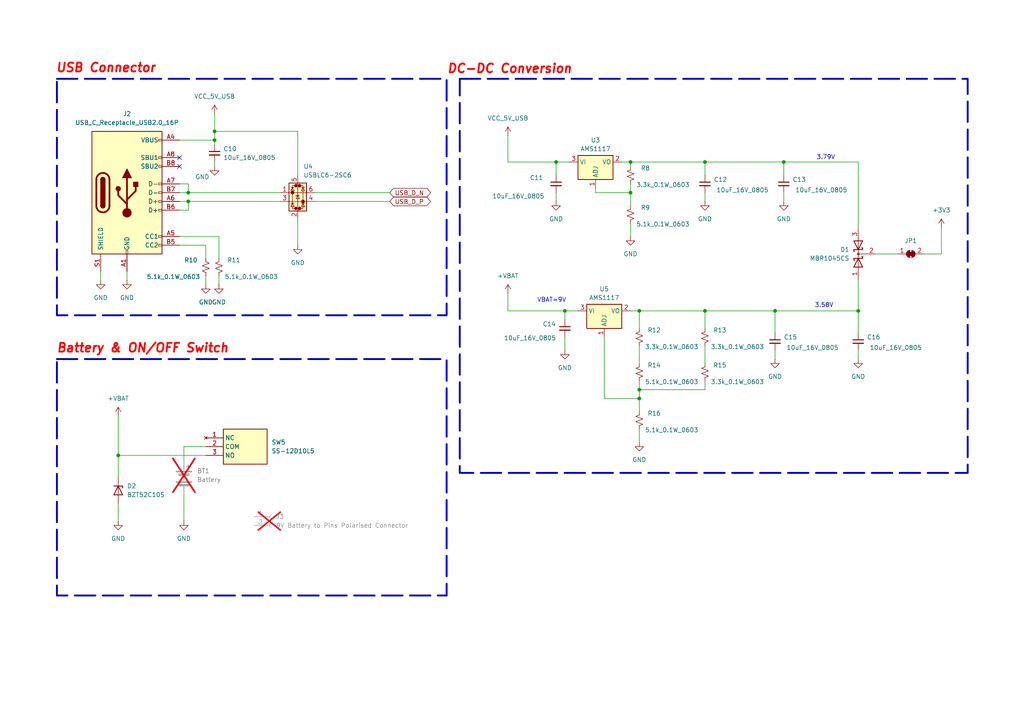
<source format=kicad_sch>
(kicad_sch (version 20231120) (generator "eeschema") (generator_version "8.0")
  (paper "A4")
  (title_block (title "Firefly Launch Badge") (date "2024-12-16") (rev "0.1") (company "Pixxel Space Pvt. Ltd.") (comment 1 "Author: Krishna Swaroop") (comment 2 "                    -EEE Team") (comment 3 "To many many Rainbow Images....."))
  (lib_symbols
    (symbol "Connector:Conn_01x02_Socket" (pin_names (offset 1.016) hide)
      (property "Reference" "J" (at 0 2.54 0))
      (property "Value" "Conn_01x02_Socket" (at 0 -5.08 0))
      (symbol "Conn_01x02_Socket_1_1"
        (arc (start 0 -2.032) (mid -0.5058 -2.54) (end 0 -3.048) (stroke (width 0.1524)))
        (polyline (pts (xy -1.27 -2.54) (xy -0.508 -2.54)) (stroke (width 0.1524)))
        (polyline (pts (xy -1.27 0) (xy -0.508 0)) (stroke (width 0.1524)))
        (arc (start 0 0.508) (mid -0.5058 0) (end 0 -0.508) (stroke (width 0.1524)))
        (pin passive line (at -5.08 0 0) (length 3.81) (name "Pin_1") (number "1"))
        (pin passive line (at -5.08 -2.54 0) (length 3.81) (name "Pin_2") (number "2"))
      )
    )
    (symbol "Connector:USB_C_Receptacle_USB2.0_16P" (pin_names (offset 1.016))
      (property "Reference" "J" (at 0 22.225 0))
      (property "Value" "USB_C_Receptacle_USB2.0_16P" (at 0 19.685 0))
      (symbol "USB_C_Receptacle_USB2.0_16P_0_0"
        (rectangle (start -0.254 -17.78) (end 0.254 -16.764))
        (rectangle (start 10.16 -14.986) (end 9.144 -15.494))
        (rectangle (start 10.16 -12.446) (end 9.144 -12.954))
        (rectangle (start 10.16 -4.826) (end 9.144 -5.334))
        (rectangle (start 10.16 -2.286) (end 9.144 -2.794))
        (rectangle (start 10.16 0.254) (end 9.144 -0.254))
        (rectangle (start 10.16 2.794) (end 9.144 2.286))
        (rectangle (start 10.16 7.874) (end 9.144 7.366))
        (rectangle (start 10.16 10.414) (end 9.144 9.906))
        (rectangle (start 10.16 15.494) (end 9.144 14.986))
      )
      (symbol "USB_C_Receptacle_USB2.0_16P_0_1"
        (rectangle (start -10.16 17.78) (end 10.16 -17.78) (stroke (width 0.254)) (fill (type background)))
        (arc (start -8.89 -3.81) (mid -6.985 -5.7067) (end -5.08 -3.81) (stroke (width 0.508)))
        (arc (start -7.62 -3.81) (mid -6.985 -4.4423) (end -6.35 -3.81) (stroke (width 0.254)))
        (arc (start -7.62 -3.81) (mid -6.985 -4.4423) (end -6.35 -3.81) (stroke (width 0.254)) (fill (type outline)))
        (rectangle (start -7.62 -3.81) (end -6.35 3.81) (stroke (width 0.254)) (fill (type outline)))
        (arc (start -6.35 3.81) (mid -6.985 4.4423) (end -7.62 3.81) (stroke (width 0.254)))
        (arc (start -6.35 3.81) (mid -6.985 4.4423) (end -7.62 3.81) (stroke (width 0.254)) (fill (type outline)))
        (arc (start -5.08 3.81) (mid -6.985 5.7067) (end -8.89 3.81) (stroke (width 0.508)))
        (circle (center -2.54 1.143) (radius 0.635) (stroke (width 0.254)) (fill (type outline)))
        (circle (center 0 -5.842) (radius 1.27) (fill (type outline)))
        (polyline (pts (xy -8.89 -3.81) (xy -8.89 3.81)) (stroke (width 0.508)))
        (polyline (pts (xy -5.08 3.81) (xy -5.08 -3.81)) (stroke (width 0.508)))
        (polyline (pts (xy 0 -5.842) (xy 0 4.318)) (stroke (width 0.508)))
        (polyline (pts (xy 0 -3.302) (xy -2.54 -0.762) (xy -2.54 0.508)) (stroke (width 0.508)))
        (polyline (pts (xy 0 -2.032) (xy 2.54 0.508) (xy 2.54 1.778)) (stroke (width 0.508)))
        (polyline (pts (xy -1.27 4.318) (xy 0 6.858) (xy 1.27 4.318) (xy -1.27 4.318)) (stroke (width 0.254)) (fill (type outline)))
        (rectangle (start 1.905 1.778) (end 3.175 3.048) (stroke (width 0.254)) (fill (type outline)))
      )
      (symbol "USB_C_Receptacle_USB2.0_16P_1_1"
        (pin passive line (at 0 -22.86 90) (length 5.08) (name "GND") (number "A1"))
        (pin passive line (at 0 -22.86 90) (length 5.08) hide (name "GND") (number "A12"))
        (pin passive line (at 15.24 15.24 180) (length 5.08) (name "VBUS") (number "A4"))
        (pin bidirectional line (at 15.24 -12.7 180) (length 5.08) (name "CC1") (number "A5"))
        (pin bidirectional line (at 15.24 -2.54 180) (length 5.08) (name "D+") (number "A6"))
        (pin bidirectional line (at 15.24 2.54 180) (length 5.08) (name "D-") (number "A7"))
        (pin bidirectional line (at 15.24 10.16 180) (length 5.08) (name "SBU1") (number "A8"))
        (pin passive line (at 15.24 15.24 180) (length 5.08) hide (name "VBUS") (number "A9"))
        (pin passive line (at 0 -22.86 90) (length 5.08) hide (name "GND") (number "B1"))
        (pin passive line (at 0 -22.86 90) (length 5.08) hide (name "GND") (number "B12"))
        (pin passive line (at 15.24 15.24 180) (length 5.08) hide (name "VBUS") (number "B4"))
        (pin bidirectional line (at 15.24 -15.24 180) (length 5.08) (name "CC2") (number "B5"))
        (pin bidirectional line (at 15.24 -5.08 180) (length 5.08) (name "D+") (number "B6"))
        (pin bidirectional line (at 15.24 0 180) (length 5.08) (name "D-") (number "B7"))
        (pin bidirectional line (at 15.24 7.62 180) (length 5.08) (name "SBU2") (number "B8"))
        (pin passive line (at 15.24 15.24 180) (length 5.08) hide (name "VBUS") (number "B9"))
        (pin passive line (at -7.62 -22.86 90) (length 5.08) (name "SHIELD") (number "S1"))
      )
    )
    (symbol "Device:Battery" (pin_numbers hide) (pin_names (offset 0) hide)
      (property "Reference" "BT" (at 2.54 2.54 0))
      (property "Value" "Battery" (at 2.54 0 0))
      (symbol "Battery_0_1"
        (rectangle (start -2.286 -1.27) (end 2.286 -1.524) (fill (type outline)))
        (rectangle (start -2.286 1.778) (end 2.286 1.524) (fill (type outline)))
        (rectangle (start -1.524 -2.032) (end 1.524 -2.54) (fill (type outline)))
        (rectangle (start -1.524 1.016) (end 1.524 0.508) (fill (type outline)))
        (polyline (pts (xy 0 -1.016) (xy 0 -0.762)))
        (polyline (pts (xy 0 -0.508) (xy 0 -0.254)))
        (polyline (pts (xy 0 0) (xy 0 0.254)))
        (polyline (pts (xy 0 1.778) (xy 0 2.54)))
        (polyline (pts (xy 0.762 3.048) (xy 1.778 3.048)) (stroke (width 0.254)))
        (polyline (pts (xy 1.27 3.556) (xy 1.27 2.54)) (stroke (width 0.254)))
      )
      (symbol "Battery_1_1"
        (pin passive line (at 0 5.08 270) (length 2.54) (name "+") (number "1"))
        (pin passive line (at 0 -5.08 90) (length 2.54) (name "-") (number "2"))
      )
    )
    (symbol "Device:C_Small" (pin_numbers hide) (pin_names (offset 0.254) hide)
      (property "Reference" "C" (at 0.254 1.778 0))
      (property "Value" "C_Small" (at 0.254 -2.032 0))
      (symbol "C_Small_0_1"
        (polyline (pts (xy -1.524 -0.508) (xy 1.524 -0.508)) (stroke (width 0.3302)))
        (polyline (pts (xy -1.524 0.508) (xy 1.524 0.508)) (stroke (width 0.3048)))
      )
      (symbol "C_Small_1_1"
        (pin passive line (at 0 2.54 270) (length 2.032) (name "~") (number "1"))
        (pin passive line (at 0 -2.54 90) (length 2.032) (name "~") (number "2"))
      )
    )
    (symbol "Device:D_Schottky_Dual_CommonCathode_AKA" (pin_names (offset 0.762) hide)
      (property "Reference" "D" (at 1.27 -2.54 0))
      (property "Value" "D_Schottky_Dual_CommonCathode_AKA" (at 0 2.54 0))
      (symbol "D_Schottky_Dual_CommonCathode_AKA_0_1"
        (polyline (pts (xy 0 0) (xy 0 -2.54)))
        (polyline (pts (xy 3.81 0) (xy -3.81 0)))
        (polyline (pts (xy -1.27 -1.27) (xy -1.27 1.27) (xy -1.27 1.27)) (stroke (width 0.254)))
        (polyline (pts (xy 1.27 -1.27) (xy 1.27 1.27) (xy 1.27 1.27)) (stroke (width 0.254)))
        (polyline (pts (xy -1.27 -1.27) (xy -0.762 -1.27) (xy -0.762 -1.016) (xy -0.762 -1.016)) (stroke (width 0.254)))
        (polyline (pts (xy 1.27 -1.27) (xy 1.778 -1.27) (xy 1.778 -1.016) (xy 1.778 -1.016)) (stroke (width 0.254)))
        (polyline (pts (xy 1.27 1.27) (xy 0.762 1.27) (xy 0.762 1.016) (xy 0.762 1.016)) (stroke (width 0.254)))
        (polyline (pts (xy -1.778 1.016) (xy -1.778 1.27) (xy -1.27 1.27) (xy -1.27 1.27) (xy -1.27 1.27)) (stroke (width 0.254)))
        (polyline (pts (xy -3.81 1.27) (xy -1.27 0) (xy -3.81 -1.27) (xy -3.81 1.27) (xy -3.81 1.27) (xy -3.81 1.27)) (stroke (width 0.254)))
        (polyline (pts (xy 3.81 -1.27) (xy 1.27 0) (xy 3.81 1.27) (xy 3.81 -1.27) (xy 3.81 -1.27) (xy 3.81 -1.27)) (stroke (width 0.254)))
        (circle (center 0 0) (radius 0.254) (fill (type outline)))
        (pin passive line (at -7.62 0 0) (length 3.81) (name "A") (number "1"))
        (pin passive line (at 0 -5.08 90) (length 2.54) (name "K") (number "2"))
        (pin passive line (at 7.62 0 180) (length 3.81) (name "A") (number "3"))
      )
    )
    (symbol "Device:D_Zener" (pin_numbers hide) (pin_names (offset 1.016) hide)
      (property "Reference" "D" (at 0 2.54 0))
      (property "Value" "D_Zener" (at 0 -2.54 0))
      (symbol "D_Zener_0_1"
        (polyline (pts (xy 1.27 0) (xy -1.27 0)))
        (polyline (pts (xy -1.27 -1.27) (xy -1.27 1.27) (xy -0.762 1.27)) (stroke (width 0.254)))
        (polyline (pts (xy 1.27 -1.27) (xy 1.27 1.27) (xy -1.27 0) (xy 1.27 -1.27)) (stroke (width 0.254)))
      )
      (symbol "D_Zener_1_1"
        (pin passive line (at -3.81 0 0) (length 2.54) (name "K") (number "1"))
        (pin passive line (at 3.81 0 180) (length 2.54) (name "A") (number "2"))
      )
    )
    (symbol "Device:R_Small_US" (pin_numbers hide) (pin_names (offset 0.254) hide)
      (property "Reference" "R" (at 0.762 0.508 0))
      (property "Value" "R_Small_US" (at 0.762 -1.016 0))
      (symbol "R_Small_US_1_1"
        (polyline (pts (xy 0 0) (xy 1.016 -0.381) (xy 0 -0.762) (xy -1.016 -1.143) (xy 0 -1.524)))
        (polyline (pts (xy 0 1.524) (xy 1.016 1.143) (xy 0 0.762) (xy -1.016 0.381) (xy 0 0)))
        (pin passive line (at 0 2.54 270) (length 1.016) (name "~") (number "1"))
        (pin passive line (at 0 -2.54 90) (length 1.016) (name "~") (number "2"))
      )
    )
    (symbol "Jumper:SolderJumper_2_Bridged" (pin_names (offset 0) hide)
      (property "Reference" "JP" (at 0 2.032 0))
      (property "Value" "SolderJumper_2_Bridged" (at 0 -2.54 0))
      (symbol "SolderJumper_2_Bridged_0_1"
        (rectangle (start -0.508 0.508) (end 0.508 -0.508) (fill (type outline)))
        (arc (start -0.254 1.016) (mid -1.2656 0) (end -0.254 -1.016))
        (arc (start -0.254 1.016) (mid -1.2656 0) (end -0.254 -1.016) (fill (type outline)))
        (polyline (pts (xy -0.254 1.016) (xy -0.254 -1.016)))
        (polyline (pts (xy 0.254 1.016) (xy 0.254 -1.016)))
        (arc (start 0.254 -1.016) (mid 1.2656 0) (end 0.254 1.016))
        (arc (start 0.254 -1.016) (mid 1.2656 0) (end 0.254 1.016) (fill (type outline)))
      )
      (symbol "SolderJumper_2_Bridged_1_1"
        (pin passive line (at -3.81 0 0) (length 2.54) (name "A") (number "1"))
        (pin passive line (at 3.81 0 180) (length 2.54) (name "B") (number "2"))
      )
    )
    (symbol "Power_Protection:USBLC6-2SC6" (pin_names hide)
      (property "Reference" "U" (at 0.635 5.715 0))
      (property "Value" "USBLC6-2SC6" (at 0.635 3.81 0))
      (symbol "USBLC6-2SC6_0_0"
        (circle (center -1.524 0) (radius 0.0001) (stroke (width 0.508)))
        (circle (center -0.508 -4.572) (radius 0.0001) (stroke (width 0.508)))
        (circle (center -0.508 2.032) (radius 0.0001) (stroke (width 0.508)))
        (circle (center 0.508 -4.572) (radius 0.0001) (stroke (width 0.508)))
        (circle (center 0.508 2.032) (radius 0.0001) (stroke (width 0.508)))
        (circle (center 1.524 -2.54) (radius 0.0001) (stroke (width 0.508)))
      )
      (symbol "USBLC6-2SC6_0_1"
        (polyline (pts (xy -2.54 -2.54) (xy 2.54 -2.54)))
        (polyline (pts (xy -2.54 0) (xy 2.54 0)))
        (polyline (pts (xy -2.032 -3.048) (xy -1.016 -3.048)))
        (polyline (pts (xy -1.016 1.524) (xy -2.032 1.524)))
        (polyline (pts (xy 1.016 -3.048) (xy 2.032 -3.048)))
        (polyline (pts (xy 1.016 1.524) (xy 2.032 1.524)))
        (polyline (pts (xy -0.508 -1.143) (xy -0.508 -0.762) (xy 0.508 -0.762)))
        (polyline (pts (xy -2.032 0.508) (xy -1.016 0.508) (xy -1.524 1.524) (xy -2.032 0.508)))
        (polyline (pts (xy -1.016 -4.064) (xy -2.032 -4.064) (xy -1.524 -3.048) (xy -1.016 -4.064)))
        (polyline (pts (xy 0.508 -1.778) (xy -0.508 -1.778) (xy 0 -0.762) (xy 0.508 -1.778)))
        (polyline (pts (xy 2.032 -4.064) (xy 1.016 -4.064) (xy 1.524 -3.048) (xy 2.032 -4.064)))
        (polyline (pts (xy 2.032 0.508) (xy 1.016 0.508) (xy 1.524 1.524) (xy 2.032 0.508)))
        (polyline (pts (xy 0 2.54) (xy -0.508 2.032) (xy 0.508 2.032) (xy 0 1.524) (xy 0 -4.064) (xy -0.508 -4.572) (xy 0.508 -4.572) (xy 0 -5.08)))
      )
      (symbol "USBLC6-2SC6_1_1"
        (rectangle (start -2.54 2.794) (end 2.54 -5.334) (stroke (width 0.254)) (fill (type background)))
        (polyline (pts (xy -0.508 2.032) (xy -1.524 2.032) (xy -1.524 -4.572) (xy -0.508 -4.572)))
        (polyline (pts (xy 0.508 -4.572) (xy 1.524 -4.572) (xy 1.524 2.032) (xy 0.508 2.032)))
        (pin passive line (at -5.08 0 0) (length 2.54) (name "I/O1") (number "1"))
        (pin passive line (at 0 -7.62 90) (length 2.54) (name "GND") (number "2"))
        (pin passive line (at -5.08 -2.54 0) (length 2.54) (name "I/O2") (number "3"))
        (pin passive line (at 5.08 -2.54 180) (length 2.54) (name "I/O2") (number "4"))
        (pin passive line (at 0 5.08 270) (length 2.54) (name "VBUS") (number "5"))
        (pin passive line (at 5.08 0 180) (length 2.54) (name "I/O1") (number "6"))
      )
    )
    (symbol "Regulator_Linear:AMS1117"
      (property "Reference" "U" (at -3.81 3.175 0))
      (property "Value" "AMS1117" (at 0 3.175 0))
      (symbol "AMS1117_0_1"
        (rectangle (start -5.08 -5.08) (end 5.08 1.905) (stroke (width 0.254)) (fill (type background)))
      )
      (symbol "AMS1117_1_1"
        (pin input line (at 0 -7.62 90) (length 2.54) (name "ADJ") (number "1"))
        (pin power_out line (at 7.62 0 180) (length 2.54) (name "VO") (number "2"))
        (pin power_in line (at -7.62 0 0) (length 2.54) (name "VI") (number "3"))
      )
    )
    (symbol "Symbols:SS-12D10L5"
      (property "Reference" "SW" (at 19.05 7.62 0))
      (property "Value" "SS-12D10L5" (at 19.05 5.08 0))
      (symbol "SS-12D10L5_1_1"
        (rectangle (start 5.08 2.54) (end 17.78 -7.62) (stroke (width 0.254)) (fill (type background)))
        (pin no_connect line (at 0 0 0) (length 5.08) (name "NC") (number "1"))
        (pin passive line (at 0 -2.54 0) (length 5.08) (name "COM") (number "2"))
        (pin passive line (at 0 -5.08 0) (length 5.08) (name "NO") (number "3"))
      )
    )
    (symbol "power:GND" (power) (pin_numbers hide) (pin_names (offset 0) hide)
      (property "Value" "GND" (at 0 -3.81 0))
      (symbol "GND_0_1"
        (polyline (pts (xy 0 0) (xy 0 -1.27) (xy 1.27 -1.27) (xy 0 -2.54) (xy -1.27 -1.27) (xy 0 -1.27)))
      )
      (symbol "GND_1_1"
        (pin power_in line (at 0 0 270) (length 0) (name "~") (number "1"))
      )
    )
    (symbol "power:VCC" (power) (pin_numbers hide) (pin_names (offset 0) hide)
      (property "Value" "VCC" (at 0 3.556 0))
      (symbol "VCC_0_1"
        (polyline (pts (xy -0.762 1.27) (xy 0 2.54)))
        (polyline (pts (xy 0 0) (xy 0 2.54)))
        (polyline (pts (xy 0 2.54) (xy 0.762 1.27)))
      )
      (symbol "VCC_1_1"
        (pin power_in line (at 0 0 90) (length 0) (name "~") (number "1"))
      )
    )
  )
  (junction (at 54.61 55.88))
  (junction (at 224.79 90.17))
  (junction (at 204.47 46.99))
  (junction (at 161.29 46.99))
  (junction (at 185.42 115.57))
  (junction (at 34.29 132.08))
  (junction (at 204.47 90.17))
  (junction (at 62.23 40.64))
  (junction (at 54.61 58.42))
  (junction (at 227.33 46.99))
  (junction (at 163.83 90.17))
  (junction (at 248.92 90.17))
  (junction (at 185.42 90.17))
  (junction (at 62.23 38.1))
  (junction (at 185.42 113.03))
  (junction (at 182.88 55.88))
  (junction (at 182.88 46.99))
  (no_connect (at 52.07 45.72))
  (no_connect (at 52.07 48.26))
  (wire (pts (xy 163.83 90.17) (xy 163.83 92.71)))
  (wire (pts (xy 62.23 38.1) (xy 62.23 33.02)))
  (wire (pts (xy 62.23 40.64) (xy 62.23 41.91)))
  (wire (pts (xy 147.32 46.99) (xy 161.29 46.99)))
  (wire (pts (xy 182.88 68.58) (xy 182.88 64.77)))
  (wire (pts (xy 63.5 82.55) (xy 63.5 80.01)))
  (wire (pts (xy 52.07 53.34) (xy 54.61 53.34)))
  (wire (pts (xy 204.47 90.17) (xy 224.79 90.17)))
  (wire (pts (xy 254 73.66) (xy 260.35 73.66)))
  (wire (pts (xy 185.42 113.03) (xy 204.47 113.03)))
  (wire (pts (xy 86.36 50.8) (xy 86.36 38.1)))
  (wire (pts (xy 53.34 129.54) (xy 53.34 133.35)))
  (wire (pts (xy 172.72 55.88) (xy 182.88 55.88)))
  (wire (pts (xy 185.42 90.17) (xy 204.47 90.17)))
  (wire (pts (xy 204.47 46.99) (xy 227.33 46.99)))
  (wire (pts (xy 227.33 46.99) (xy 227.33 50.8)))
  (wire (pts (xy 86.36 38.1) (xy 62.23 38.1)))
  (wire (pts (xy 182.88 46.99) (xy 182.88 48.26)))
  (wire (pts (xy 86.36 71.12) (xy 86.36 63.5)))
  (wire (pts (xy 227.33 58.42) (xy 227.33 55.88)))
  (wire (pts (xy 185.42 100.33) (xy 185.42 105.41)))
  (wire (pts (xy 161.29 50.8) (xy 161.29 46.99)))
  (wire (pts (xy 163.83 90.17) (xy 167.64 90.17)))
  (wire (pts (xy 204.47 46.99) (xy 204.47 50.8)))
  (wire (pts (xy 248.92 96.52) (xy 248.92 90.17)))
  (wire (pts (xy 172.72 54.61) (xy 172.72 55.88)))
  (wire (pts (xy 147.32 85.09) (xy 147.32 90.17)))
  (wire (pts (xy 147.32 46.99) (xy 147.32 39.37)))
  (wire (pts (xy 34.29 132.08) (xy 34.29 138.43)))
  (wire (pts (xy 54.61 60.96) (xy 54.61 58.42)))
  (wire (pts (xy 113.03 58.42) (xy 91.44 58.42)))
  (wire (pts (xy 54.61 53.34) (xy 54.61 55.88)))
  (wire (pts (xy 175.26 115.57) (xy 185.42 115.57)))
  (wire (pts (xy 161.29 46.99) (xy 165.1 46.99)))
  (wire (pts (xy 53.34 129.54) (xy 59.69 129.54)))
  (wire (pts (xy 273.05 66.04) (xy 273.05 73.66)))
  (wire (pts (xy 52.07 68.58) (xy 63.5 68.58)))
  (wire (pts (xy 52.07 40.64) (xy 62.23 40.64)))
  (wire (pts (xy 224.79 90.17) (xy 224.79 96.52)))
  (wire (pts (xy 185.42 90.17) (xy 185.42 95.25)))
  (wire (pts (xy 59.69 82.55) (xy 59.69 80.01)))
  (wire (pts (xy 175.26 97.79) (xy 175.26 115.57)))
  (wire (pts (xy 182.88 90.17) (xy 185.42 90.17)))
  (wire (pts (xy 185.42 115.57) (xy 185.42 119.38)))
  (wire (pts (xy 180.34 46.99) (xy 182.88 46.99)))
  (wire (pts (xy 54.61 58.42) (xy 81.28 58.42)))
  (wire (pts (xy 52.07 55.88) (xy 54.61 55.88)))
  (wire (pts (xy 204.47 58.42) (xy 204.47 55.88)))
  (wire (pts (xy 224.79 104.14) (xy 224.79 101.6)))
  (wire (pts (xy 36.83 81.28) (xy 36.83 78.74)))
  (wire (pts (xy 224.79 90.17) (xy 248.92 90.17)))
  (wire (pts (xy 53.34 151.13) (xy 53.34 143.51)))
  (wire (pts (xy 113.03 55.88) (xy 91.44 55.88)))
  (wire (pts (xy 63.5 68.58) (xy 63.5 74.93)))
  (wire (pts (xy 163.83 90.17) (xy 147.32 90.17)))
  (wire (pts (xy 182.88 46.99) (xy 204.47 46.99)))
  (wire (pts (xy 227.33 46.99) (xy 248.92 46.99)))
  (wire (pts (xy 204.47 100.33) (xy 204.47 105.41)))
  (wire (pts (xy 52.07 58.42) (xy 54.61 58.42)))
  (wire (pts (xy 161.29 55.88) (xy 161.29 58.42)))
  (wire (pts (xy 248.92 81.28) (xy 248.92 90.17)))
  (wire (pts (xy 185.42 110.49) (xy 185.42 113.03)))
  (wire (pts (xy 204.47 110.49) (xy 204.47 113.03)))
  (wire (pts (xy 52.07 71.12) (xy 59.69 71.12)))
  (wire (pts (xy 52.07 60.96) (xy 54.61 60.96)))
  (wire (pts (xy 267.97 73.66) (xy 273.05 73.66)))
  (wire (pts (xy 182.88 53.34) (xy 182.88 55.88)))
  (wire (pts (xy 59.69 71.12) (xy 59.69 74.93)))
  (wire (pts (xy 54.61 55.88) (xy 81.28 55.88)))
  (wire (pts (xy 34.29 151.13) (xy 34.29 146.05)))
  (wire (pts (xy 62.23 40.64) (xy 62.23 38.1)))
  (wire (pts (xy 29.21 81.28) (xy 29.21 78.74)))
  (wire (pts (xy 34.29 120.65) (xy 34.29 132.08)))
  (wire (pts (xy 204.47 90.17) (xy 204.47 95.25)))
  (wire (pts (xy 185.42 113.03) (xy 185.42 115.57)))
  (wire (pts (xy 59.69 132.08) (xy 34.29 132.08)))
  (wire (pts (xy 185.42 128.27) (xy 185.42 124.46)))
  (wire (pts (xy 182.88 55.88) (xy 182.88 59.69)))
  (wire (pts (xy 248.92 101.6) (xy 248.92 104.14)))
  (wire (pts (xy 163.83 101.6) (xy 163.83 97.79)))
  (wire (pts (xy 248.92 46.99) (xy 248.92 66.04)))
  (wire (pts (xy 62.23 48.26) (xy 62.23 46.99)))
  (rectangle (start 16.51 104.14) (end 129.54 172.72) (stroke (width 0.54) (type dash)))
  (rectangle (start 133.35 22.86) (end 280.67 137.16) (stroke (width 0.54) (type dash)))
  (rectangle (start 16.51 22.86) (end 129.54 91.44) (stroke (width 0.54) (type dash)))
  (text "DC-DC Conversion" (at 147.828 20.066 0) (effects (font (size 2.54 2.54) (thickness 0.508) (bold yes) (italic yes))))
  (text "3.79V" (at 239.522 45.72 0) (effects (font (size 1.27 1.27))))
  (text "USB Connector" (at 30.734 19.812 0) (effects (font (size 2.54 2.54) (thickness 0.508) (bold yes) (italic yes))))
  (text "Battery & ON/OFF Switch" (at 41.402 101.092 0) (effects (font (size 2.54 2.54) (thickness 0.508) (bold yes) (italic yes))))
  (text "3.58V" (at 239.014 88.646 0) (effects (font (size 1.27 1.27))))
  (text "VBAT=9V" (at 160.02 87.122 0) (effects (font (size 1.27 1.27))))
  (global_label "USB_D_P" (shape bidirectional) (at 113.03 58.42 0) (property "Intersheetrefs" "${INTERSHEET_REFS}" (effects (hide yes))))
  (global_label "USB_D_N" (shape bidirectional) (at 113.03 55.88 0) (property "Intersheetrefs" "${INTERSHEET_REFS}" (effects (hide yes))))
  (symbol (lib_id "Device:R_Small_US") (at 182.88 62.23 0) (mirror y) (unit 1)
    (property "Reference" "R9" (at 187.198 60.198 0))
    (property "Value" "5.1k_0.1W_0603" (at 192.278 65.024 0))
    (property "Footprint" "Resistor_SMD:R_0603_1608Metric_Pad0.98x0.95mm_HandSolder" (effects (hide yes)))
    (property "Description" "Resistor, small US symbol" (effects (hide yes)))
  )
  (symbol (lib_id "power:GND") (at 86.36 71.12 0) (unit 1)
    (property "Reference" "#PWR032" (effects (hide yes)))
    (property "Value" "GND" (at 86.36 76.2 0))
    (property "Description" "Power symbol creates a global label with name \"GND\" , ground" (effects (hide yes)))
  )
  (symbol (lib_id "power:GND") (at 29.21 81.28 0) (unit 1)
    (property "Reference" "#PWR033" (effects (hide yes)))
    (property "Value" "GND" (at 29.21 86.36 0))
    (property "Description" "Power symbol creates a global label with name \"GND\" , ground" (effects (hide yes)))
  )
  (symbol (lib_id "power:GND") (at 63.5 82.55 0) (unit 1)
    (property "Reference" "#PWR036" (effects (hide yes)))
    (property "Value" "GND" (at 63.5 87.63 0))
    (property "Description" "Power symbol creates a global label with name \"GND\" , ground" (effects (hide yes)))
  )
  (symbol (lib_id "power:GND") (at 204.47 58.42 0) (unit 1)
    (property "Reference" "#PWR028" (effects (hide yes)))
    (property "Value" "GND" (at 204.47 63.5 0))
    (property "Description" "Power symbol creates a global label with name \"GND\" , ground" (effects (hide yes)))
  )
  (symbol (lib_id "Device:R_Small_US") (at 185.42 107.95 0) (mirror y) (unit 1)
    (property "Reference" "R14" (at 189.738 105.918 0))
    (property "Value" "5.1k_0.1W_0603" (at 194.818 110.744 0))
    (property "Footprint" "Resistor_SMD:R_0603_1608Metric_Pad0.98x0.95mm_HandSolder" (effects (hide yes)))
    (property "Description" "Resistor, small US symbol" (effects (hide yes)))
  )
  (symbol (lib_id "power:GND") (at 34.29 151.13 0) (unit 1)
    (property "Reference" "#PWR043" (effects (hide yes)))
    (property "Value" "GND" (at 34.29 156.21 0))
    (property "Description" "Power symbol creates a global label with name \"GND\" , ground" (effects (hide yes)))
  )
  (symbol (lib_id "power:GND") (at 53.34 151.13 0) (unit 1)
    (property "Reference" "#PWR044" (effects (hide yes)))
    (property "Value" "GND" (at 53.34 156.21 0))
    (property "Description" "Power symbol creates a global label with name \"GND\" , ground" (effects (hide yes)))
  )
  (symbol (lib_id "Connector:Conn_01x02_Socket") (at 78.74 149.86 0) (unit 1) (on_board no) (dnp yes)
    (property "Reference" "J3" (at 80.01 149.8599 0) (effects (justify left)))
    (property "Value" "9V Battery to Pins Polarised Connector" (at 80.01 152.3999 0) (effects (justify left)))
    (property "Description" "Generic connector, single row, 01x02, script generated" (effects (hide yes)))
  )
  (symbol (lib_id "power:GND") (at 161.29 58.42 0) (unit 1)
    (property "Reference" "#PWR027" (effects (hide yes)))
    (property "Value" "GND" (at 161.29 63.5 0))
    (property "Description" "Power symbol creates a global label with name \"GND\" , ground" (effects (hide yes)))
  )
  (symbol (lib_id "power:GND") (at 248.92 104.14 0) (unit 1)
    (property "Reference" "#PWR040" (effects (hide yes)))
    (property "Value" "GND" (at 248.92 109.22 0))
    (property "Description" "Power symbol creates a global label with name \"GND\" , ground" (effects (hide yes)))
  )
  (symbol (lib_id "Jumper:SolderJumper_2_Bridged") (at 264.16 73.66 0) (mirror x) (unit 1)
    (property "Reference" "JP1" (at 264.16 69.85 0))
    (property "Value" "SolderJumper_2_Open" (effects (hide yes)))
    (property "Footprint" "Jumper:SolderJumper-2_P1.3mm_Bridged2Bar_RoundedPad1.0x1.5mm" (effects (hide yes)))
    (property "Description" "Solder Jumper, 2-pole, closed/bridged" (effects (hide yes)))
    (property "Price" "0" (effects (hide yes)))
  )
  (symbol (lib_id "power:GND") (at 182.88 68.58 0) (unit 1)
    (property "Reference" "#PWR031" (effects (hide yes)))
    (property "Value" "GND" (at 182.88 73.66 0))
    (property "Description" "Power symbol creates a global label with name \"GND\" , ground" (effects (hide yes)))
  )
  (symbol (lib_id "power:VCC") (at 273.05 66.04 0) (unit 1)
    (property "Reference" "#PWR030" (effects (hide yes)))
    (property "Value" "+3V3" (at 273.05 60.96 0))
    (property "Description" "Power symbol creates a global label with name \"VCC\"" (effects (hide yes)))
  )
  (symbol (lib_id "Device:R_Small_US") (at 182.88 50.8 0) (mirror y) (unit 1)
    (property "Reference" "R8" (at 187.198 48.768 0))
    (property "Value" "3.3k_0.1W_0603" (at 192.278 53.594 0))
    (property "Footprint" "Resistor_SMD:R_0603_1608Metric_Pad0.98x0.95mm_HandSolder" (effects (hide yes)))
    (property "Description" "Resistor, small US symbol" (effects (hide yes)))
  )
  (symbol (lib_id "power:GND") (at 163.83 101.6 0) (unit 1)
    (property "Reference" "#PWR038" (effects (hide yes)))
    (property "Value" "GND" (at 163.83 106.68 0))
    (property "Description" "Power symbol creates a global label with name \"GND\" , ground" (effects (hide yes)))
  )
  (symbol (lib_id "Device:C_Small") (at 62.23 44.45 0) (unit 1)
    (property "Reference" "C10" (at 64.77 43.1862 0) (effects (justify left)))
    (property "Value" "10uF_16V_0805" (at 64.77 45.7262 0) (effects (justify left)))
    (property "Footprint" "Capacitor_SMD:C_0805_2012Metric_Pad1.18x1.45mm_HandSolder" (effects (hide yes)))
    (property "Description" "Unpolarized capacitor, small symbol" (effects (hide yes)))
  )
  (symbol (lib_id "Device:R_Small_US") (at 185.42 97.79 0) (mirror y) (unit 1)
    (property "Reference" "R12" (at 189.738 95.758 0))
    (property "Value" "3.3k_0.1W_0603" (at 194.818 100.584 0))
    (property "Footprint" "Resistor_SMD:R_0603_1608Metric_Pad0.98x0.95mm_HandSolder" (effects (hide yes)))
    (property "Description" "Resistor, small US symbol" (effects (hide yes)))
  )
  (symbol (lib_id "Device:C_Small") (at 227.33 53.34 0) (unit 1)
    (property "Reference" "C13" (at 229.87 52.0762 0) (effects (justify left)))
    (property "Value" "10uF_16V_0805" (at 230.632 55.118 0) (effects (justify left)))
    (property "Footprint" "Capacitor_SMD:C_0805_2012Metric_Pad1.18x1.45mm_HandSolder" (effects (hide yes)))
    (property "Description" "Unpolarized capacitor, small symbol" (effects (hide yes)))
  )
  (symbol (lib_id "power:VCC") (at 147.32 39.37 0) (unit 1)
    (property "Reference" "#PWR025" (effects (hide yes)))
    (property "Value" "VCC_5V_USB" (at 147.32 34.29 0))
    (property "Description" "Power symbol creates a global label with name \"VCC\"" (effects (hide yes)))
  )
  (symbol (lib_id "Device:R_Small_US") (at 204.47 97.79 0) (mirror y) (unit 1)
    (property "Reference" "R13" (at 208.788 95.758 0))
    (property "Value" "3.3k_0.1W_0603" (at 213.868 100.584 0))
    (property "Footprint" "Resistor_SMD:R_0603_1608Metric_Pad0.98x0.95mm_HandSolder" (effects (hide yes)))
    (property "Description" "Resistor, small US symbol" (effects (hide yes)))
  )
  (symbol (lib_id "Device:R_Small_US") (at 59.69 77.47 0) (unit 1)
    (property "Reference" "R10" (at 55.372 75.438 0))
    (property "Value" "5.1k_0.1W_0603" (at 50.292 80.264 0))
    (property "Footprint" "Resistor_SMD:R_0603_1608Metric_Pad0.98x0.95mm_HandSolder" (effects (hide yes)))
    (property "Description" "Resistor, small US symbol" (effects (hide yes)))
  )
  (symbol (lib_id "Device:Battery") (at 53.34 138.43 0) (unit 1) (dnp yes)
    (property "Reference" "BT1" (at 57.15 136.5884 0) (effects (justify left)))
    (property "Value" "Battery" (at 57.15 139.1284 0) (effects (justify left)))
    (property "Footprint" "Connector_PinHeader_2.54mm:PinHeader_1x02_P2.54mm_Vertical" (effects (hide yes)))
    (property "Description" "9V Battery" (effects (hide yes)))
    (property "Price" "0.4" (effects (hide yes)))
  )
  (symbol (lib_id "Device:C_Small") (at 163.83 95.25 0) (mirror y) (unit 1)
    (property "Reference" "C14" (at 161.29 93.9862 0) (effects (justify left)))
    (property "Value" "10uF_16V_0805" (at 161.29 98.044 0) (effects (justify left)))
    (property "Footprint" "Capacitor_SMD:C_0805_2012Metric_Pad1.18x1.45mm_HandSolder" (effects (hide yes)))
    (property "Description" "Unpolarized capacitor, small symbol" (effects (hide yes)))
  )
  (symbol (lib_id "Device:R_Small_US") (at 204.47 107.95 0) (mirror y) (unit 1)
    (property "Reference" "R15" (at 208.788 105.918 0))
    (property "Value" "3.3k_0.1W_0603" (at 213.868 110.744 0))
    (property "Footprint" "Resistor_SMD:R_0603_1608Metric_Pad0.98x0.95mm_HandSolder" (effects (hide yes)))
    (property "Description" "Resistor, small US symbol" (effects (hide yes)))
  )
  (symbol (lib_id "Device:D_Zener") (at 34.29 142.24 270) (unit 1)
    (property "Reference" "D2" (at 36.83 140.9699 90) (effects (justify left)))
    (property "Value" "BZT52C10S" (at 36.83 143.5099 90) (effects (justify left)))
    (property "Footprint" "Diode_SMD:D_SOD-323_HandSoldering" (effects (hide yes)))
    (property "Datasheet" "https://www.lcsc.com/datasheet/lcsc_datasheet_2304140030_High-Diode-BZT52C10S_C571388.pdf" (effects (hide yes)))
    (property "Description" "Zener diode" (effects (hide yes)))
    (property "Manufacturer" "High Diode" (effects (hide yes)))
    (property "Manufacturer Part Number" "BZT52C10S" (effects (hide yes)))
    (property "Vendor" "LCSC" (effects (hide yes)))
    (property "Vendor Part Number" "C571388" (effects (hide yes)))
    (property "LCSC" "C571388" (effects (hide yes)))
  )
  (symbol (lib_id "power:VCC") (at 147.32 85.09 0) (unit 1)
    (property "Reference" "#PWR037" (effects (hide yes)))
    (property "Value" "+VBAT" (at 147.32 80.01 0))
    (property "Description" "Power symbol creates a global label with name \"VCC\"" (effects (hide yes)))
  )
  (symbol (lib_id "Power_Protection:USBLC6-2SC6") (at 86.36 55.88 0) (unit 1)
    (property "Reference" "U4" (at 88.0111 48.26 0) (effects (justify left)))
    (property "Value" "USBLC6-2SC6" (at 88.0111 50.8 0) (effects (justify left)))
    (property "Footprint" "Package_TO_SOT_SMD:SOT-23-6" (effects (hide yes)))
    (property "Datasheet" "https://www.st.com/resource/en/datasheet/usblc6-2.pdf" (effects (hide yes)))
    (property "Description" "Very low capacitance ESD protection diode, 2 data-line, SOT-23-6" (effects (hide yes)))
    (property "Manufacturer" "STMicroelectronics" (effects (hide yes)))
    (property "Manufacturer Part Number" "USBLC6-2SC6" (effects (hide yes)))
    (property "Vendor" "LCSC" (effects (hide yes)))
    (property "Vendor Part Number" "C7519" (effects (hide yes)))
    (property "Price" "0.0707" (effects (hide yes)))
    (property "LCSC" "C7519" (effects (hide yes)))
  )
  (symbol (lib_id "power:VCC") (at 34.29 120.65 0) (mirror y) (unit 1)
    (property "Reference" "#PWR041" (effects (hide yes)))
    (property "Value" "+VBAT" (at 34.29 115.57 0))
    (property "Description" "Power symbol creates a global label with name \"VCC\"" (effects (hide yes)))
  )
  (symbol (lib_id "power:GND") (at 62.23 48.26 0) (unit 1)
    (property "Reference" "#PWR026" (effects (hide yes)))
    (property "Value" "GND" (at 58.674 51.308 0))
    (property "Description" "Power symbol creates a global label with name \"GND\" , ground" (effects (hide yes)))
  )
  (symbol (lib_id "Device:C_Small") (at 161.29 53.34 0) (unit 1)
    (property "Reference" "C11" (at 153.67 51.562 0) (effects (justify left)))
    (property "Value" "10uF_16V_0805" (at 142.748 56.896 0) (effects (justify left)))
    (property "Footprint" "Capacitor_SMD:C_0805_2012Metric_Pad1.18x1.45mm_HandSolder" (effects (hide yes)))
    (property "Description" "Unpolarized capacitor, small symbol" (effects (hide yes)))
  )
  (symbol (lib_id "Device:C_Small") (at 204.47 53.34 0) (unit 1)
    (property "Reference" "C12" (at 207.01 52.0762 0) (effects (justify left)))
    (property "Value" "10uF_16V_0805" (at 207.772 55.118 0) (effects (justify left)))
    (property "Footprint" "Capacitor_SMD:C_0805_2012Metric_Pad1.18x1.45mm_HandSolder" (effects (hide yes)))
    (property "Description" "Unpolarized capacitor, small symbol" (effects (hide yes)))
  )
  (symbol (lib_id "power:GND") (at 36.83 81.28 0) (unit 1)
    (property "Reference" "#PWR034" (effects (hide yes)))
    (property "Value" "GND" (at 36.83 86.36 0))
    (property "Description" "Power symbol creates a global label with name \"GND\" , ground" (effects (hide yes)))
  )
  (symbol (lib_id "Regulator_Linear:AMS1117") (at 175.26 90.17 0) (unit 1)
    (property "Reference" "U5" (at 175.26 83.82 0))
    (property "Value" "AMS1117" (at 175.26 86.36 0))
    (property "Footprint" "Package_TO_SOT_SMD:SOT-223-3_TabPin2" (effects (hide yes)))
    (property "Datasheet" "http://www.advanced-monolithic.com/pdf/ds1117.pdf" (effects (hide yes)))
    (property "Description" "1A Low Dropout regulator, positive, adjustable output, SOT-223" (effects (hide yes)))
    (property "Manufacturer" "UMW(Youtai Semiconductor Co., Ltd.)" (effects (hide yes)))
    (property "Manufacturer Part Number" "AMS1117-ADJ" (effects (hide yes)))
    (property "Vendor" "LCSC" (effects (hide yes)))
    (property "Vendor Part Number" "C347224" (effects (hide yes)))
    (property "Price" "0.0275" (effects (hide yes)))
    (property "LCSC" "C347224" (effects (hide yes)))
  )
  (symbol (lib_id "Device:R_Small_US") (at 185.42 121.92 0) (mirror y) (unit 1)
    (property "Reference" "R16" (at 189.738 119.888 0))
    (property "Value" "5.1k_0.1W_0603" (at 194.818 124.714 0))
    (property "Footprint" "Resistor_SMD:R_0603_1608Metric_Pad0.98x0.95mm_HandSolder" (effects (hide yes)))
    (property "Description" "Resistor, small US symbol" (effects (hide yes)))
  )
  (symbol (lib_id "Device:D_Schottky_Dual_CommonCathode_AKA") (at 248.92 73.66 90) (unit 1)
    (property "Reference" "D1" (at 246.38 72.3899 90) (effects (justify left)))
    (property "Value" "MBR1045CS" (at 246.38 74.9299 90) (effects (justify left)))
    (property "Footprint" "Package_TO_SOT_SMD:TO-252-3_TabPin2" (effects (hide yes)))
    (property "Datasheet" "https://www.lcsc.com/datasheet/lcsc_datasheet_2109301530_YFW-MBR1045CS_C2898534.pdf" (effects (hide yes)))
    (property "Description" "Dual Schottky diode, common cathode on pin 2" (effects (hide yes)))
    (property "Manufacturer" "YFW" (effects (hide yes)))
    (property "Manufacturer Part Number" "MBR1045CS" (effects (hide yes)))
    (property "Vendor" "LCSC" (effects (hide yes)))
    (property "Vendor Part Number" "C2898534" (effects (hide yes)))
    (property "LCSC" "C2898534" (effects (hide yes)))
  )
  (symbol (lib_id "Device:C_Small") (at 248.92 99.06 0) (unit 1)
    (property "Reference" "C16" (at 251.46 97.7962 0) (effects (justify left)))
    (property "Value" "10uF_16V_0805" (at 252.222 100.838 0) (effects (justify left)))
    (property "Footprint" "Capacitor_SMD:C_0805_2012Metric_Pad1.18x1.45mm_HandSolder" (effects (hide yes)))
    (property "Description" "Unpolarized capacitor, small symbol" (effects (hide yes)))
  )
  (symbol (lib_id "power:GND") (at 227.33 58.42 0) (unit 1)
    (property "Reference" "#PWR029" (effects (hide yes)))
    (property "Value" "GND" (at 227.33 63.5 0))
    (property "Description" "Power symbol creates a global label with name \"GND\" , ground" (effects (hide yes)))
  )
  (symbol (lib_id "power:GND") (at 59.69 82.55 0) (unit 1)
    (property "Reference" "#PWR035" (effects (hide yes)))
    (property "Value" "GND" (at 59.69 87.63 0))
    (property "Description" "Power symbol creates a global label with name \"GND\" , ground" (effects (hide yes)))
  )
  (symbol (lib_id "Connector:USB_C_Receptacle_USB2.0_16P") (at 36.83 55.88 0) (unit 1)
    (property "Reference" "J2" (at 36.83 33.02 0))
    (property "Value" "USB_C_Receptacle_USB2.0_16P" (at 36.83 35.56 0))
    (property "Footprint" "Connector_USB:USB_C_Receptacle_GCT_USB4105-xx-A_16P_TopMnt_Horizontal" (effects (hide yes)))
    (property "Datasheet" "https://www.lcsc.com/datasheet/lcsc_datasheet_2404191039_Shenzhen-Kinghelm-Elec-KH-TYPE-C-16P_C709357.pdf" (effects (hide yes)))
    (property "Description" "3A 1 Horizontal attachment 16P Mother -40℃~+85℃ Type-C SMD USB Connectors ROHS" (effects (hide yes)))
    (property "Manufacturer" "Shenzhen Kinghelm Elec" (effects (hide yes)))
    (property "Manufacturer Part Number" "KH-TYPE-C-16P" (effects (hide yes)))
    (property "Vendor" "LCSC" (effects (hide yes)))
    (property "Vendor Part Number" " C709357" (effects (hide yes)))
    (property "Price" "0.0453" (effects (hide yes)))
    (property "LCSC" " C709357" (effects (hide yes)))
  )
  (symbol (lib_id "power:VCC") (at 62.23 33.02 0) (unit 1)
    (property "Reference" "#PWR024" (effects (hide yes)))
    (property "Value" "VCC_5V_USB" (at 62.23 27.94 0))
    (property "Description" "Power symbol creates a global label with name \"VCC\"" (effects (hide yes)))
  )
  (symbol (lib_id "power:GND") (at 224.79 104.14 0) (unit 1)
    (property "Reference" "#PWR039" (effects (hide yes)))
    (property "Value" "GND" (at 224.79 109.22 0))
    (property "Description" "Power symbol creates a global label with name \"GND\" , ground" (effects (hide yes)))
  )
  (symbol (lib_id "Device:R_Small_US") (at 63.5 77.47 0) (mirror y) (unit 1)
    (property "Reference" "R11" (at 67.818 75.438 0))
    (property "Value" "5.1k_0.1W_0603" (at 72.898 80.264 0))
    (property "Footprint" "Resistor_SMD:R_0603_1608Metric_Pad0.98x0.95mm_HandSolder" (effects (hide yes)))
    (property "Description" "Resistor, small US symbol" (effects (hide yes)))
  )
  (symbol (lib_id "Regulator_Linear:AMS1117") (at 172.72 46.99 0) (unit 1)
    (property "Reference" "U3" (at 172.72 40.64 0))
    (property "Value" "AMS1117" (at 172.72 43.18 0))
    (property "Footprint" "Package_TO_SOT_SMD:SOT-223-3_TabPin2" (effects (hide yes)))
    (property "Datasheet" "http://www.advanced-monolithic.com/pdf/ds1117.pdf" (effects (hide yes)))
    (property "Description" "1A Low Dropout regulator, positive, adjustable output, SOT-223" (effects (hide yes)))
    (property "Manufacturer" "UMW(Youtai Semiconductor Co., Ltd.)" (effects (hide yes)))
    (property "Manufacturer Part Number" "AMS1117-ADJ" (effects (hide yes)))
    (property "Vendor" "LCSC" (effects (hide yes)))
    (property "Vendor Part Number" "C347224" (effects (hide yes)))
    (property "Price" "0.0275" (effects (hide yes)))
    (property "LCSC" "C347224" (effects (hide yes)))
  )
  (symbol (lib_id "power:GND") (at 185.42 128.27 0) (unit 1)
    (property "Reference" "#PWR042" (effects (hide yes)))
    (property "Value" "GND" (at 185.42 133.35 0))
    (property "Description" "Power symbol creates a global label with name \"GND\" , ground" (effects (hide yes)))
  )
  (symbol (lib_id "Symbols:SS-12D10L5") (at 59.69 127 0) (unit 1)
    (property "Reference" "SW5" (at 78.74 128.2699 0) (effects (justify left)))
    (property "Value" "SS-12D10L5" (at 78.74 130.8099 0) (effects (justify left)))
    (property "Footprint" "Footprints:SS12D10L5" (effects (hide yes)))
    (property "Datasheet" "http://www.helloxkb.com/public/images/pdf/SS-12D10XXX.pdf" (effects (hide yes)))
    (property "Description" "Toggle switch, vertical straight foot two gears, plug-in, single row of high temperature salt fog resistant 24 hours,13x6.8x6.4 flat black handle 5mm" (effects (hide yes)))
    (property "Manufacturer" "XKB Connectivity" (effects (hide yes)))
    (property "Manufacturer Part Number" "SS-12D10L5" (effects (hide yes)))
    (property "Vendor" "XKB Connection" (effects (hide yes)))
    (property "Vendor Part Number" " C319012" (effects (hide yes)))
    (property "Price" "0.1825" (effects (hide yes)))
    (property "LCSC" " C319012" (effects (hide yes)))
  )
  (symbol (lib_id "Device:C_Small") (at 224.79 99.06 0) (unit 1)
    (property "Reference" "C15" (at 227.33 97.7962 0) (effects (justify left)))
    (property "Value" "10uF_16V_0805" (at 228.092 100.838 0) (effects (justify left)))
    (property "Footprint" "Capacitor_SMD:C_0805_2012Metric_Pad1.18x1.45mm_HandSolder" (effects (hide yes)))
    (property "Description" "Unpolarized capacitor, small symbol" (effects (hide yes)))
  )
)
</source>
